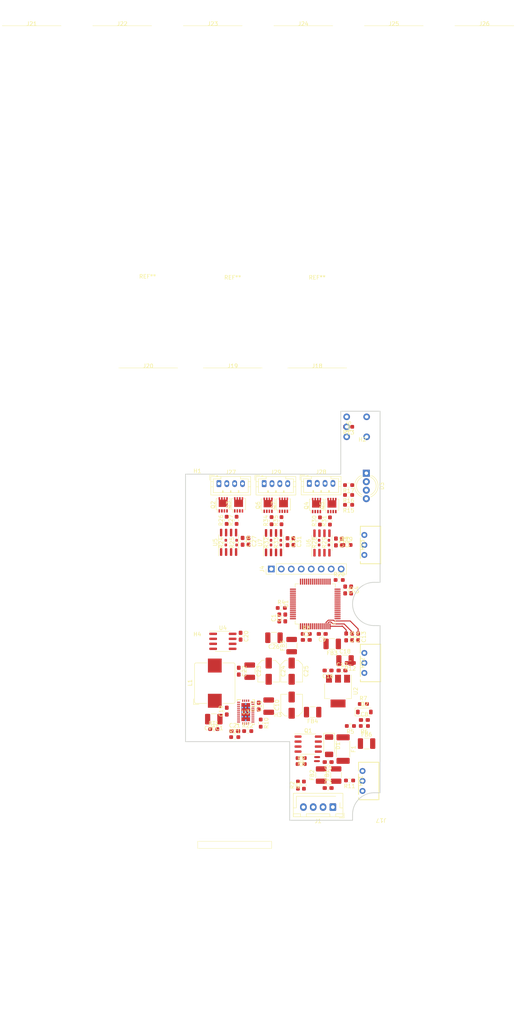
<source format=kicad_pcb>
(kicad_pcb (version 20221018) (generator pcbnew)
  (layers (0 "F.Cu" signal) (31 "B.Cu" signal) (34 "B.Paste" user) (35 "F.Paste" user) (36 "B.SilkS" user "B.Silkscreen") (37 "F.SilkS" user "F.Silkscreen") (38 "B.Mask" user) (39 "F.Mask" user) (44 "Edge.Cuts" user))
  (property "FIELD_APPROVED_BY" "")
  (property "FIELD_COMPONENT" "Control Unit")
  (property "FIELD_DESIGN_BY" "Maximilian Welsch")
  (property "FIELD_GIT_BRANCH" "main")
  (property "FIELD_GIT_COMMIT_HASH" "5cba7c7")
  (property "FIELD_GIT_ORIGIN" "git@private.github.com:M-Welsch/waberinator.git")
  (property "FIELD_PRODUCT" "Waberinator")
  (net 0 "")
  (net 1 "+3V3")
  (net 2 "RET")
  (net 3 "/DC_IN-")
  (net 4 "/DC_IN+")
  (net 5 "/DC_prefuse")
  (net 6 "Net-(D2-K)")
  (net 7 "+3.3VA")
  (net 8 "/DC_prot")
  (net 9 "/adc_brightness")
  (net 10 "/adc_frequency")
  (net 11 "/adc_depth")
  (net 12 "Net-(U3-CBOOT)")
  (net 13 "/lm_vin")
  (net 14 "/VLed")
  (net 15 "/lm_vcc")
  (net 16 "/DC_preprot")
  (net 17 "Net-(D3-BA)")
  (net 18 "Net-(D3-RA)")
  (net 19 "Net-(D3-GA)")
  (net 20 "Net-(J1-Pin_3)")
  (net 21 "Net-(J1-Pin_4)")
  (net 22 "/swd_tck")
  (net 23 "/swd_tms")
  (net 24 "/~{rst}")
  (net 25 "/swd_swo")
  (net 26 "/usart1_rx_mcu")
  (net 27 "/usart1_tx_mcu")
  (net 28 "/bat_kelvin-")
  (net 29 "Net-(NT2-Pad1)")
  (net 30 "Net-(Q1-G)")
  (net 31 "/vbat_meas")
  (net 32 "/lm73606_en")
  (net 33 "/lm_sw")
  (net 34 "/tim1_ch1_indicator_led1")
  (net 35 "/tim1_ch2_indicator_led2")
  (net 36 "/tim1_ch3_indicator_led3")
  (net 37 "/tim1_ch4_indicator_led4")
  (net 38 "/lm73606_pg")
  (net 44 "/ledstring1_drv_en")
  (net 45 "/ledstring2_drv_en")
  (net 46 "/ledstring3_drv_en")
  (net 47 "/ledstring4_drv_en")
  (net 51 "/spi1_sck")
  (net 52 "/tim3_ch1_ledstring1")
  (net 53 "/tim3_ch2_ledstring2")
  (net 54 "/ledstring5_drv_en")
  (net 55 "/ledstring6_drv_en")
  (net 56 "/tim3_ch3_ledstring3")
  (net 57 "/tim3_ch4_ledstring4")
  (net 59 "/button1")
  (net 63 "/tim15_ch1_ledstring5")
  (net 64 "/tim15_ch2_ledstring6")
  (net 65 "/lm75b_int")
  (net 75 "/spi1_miso")
  (net 76 "/spi1_mosi")
  (net 77 "/lm_fb")
  (net 78 "/i2c1_scl")
  (net 79 "/i2c1_sda")
  (net 80 "/lm_rt")
  (net 82 "/lm76606_out")
  (net 83 "/boot0")
  (net 84 "Net-(R12-Pad2)")
  (net 85 "Net-(R11-Pad2)")
  (net 86 "Net-(SW1-B)")
  (net 87 "Net-(R19-Pad2)")
  (net 88 "/Two Strings/low_a")
  (net 89 "/Two Strings/low_b")
  (net 90 "/Two Strings/gate_a")
  (net 91 "/Two Strings/gate_b")
  (net 92 "/Two Strings/out_a")
  (net 93 "/Two Strings/out_b")
  (net 94 "/Two Strings1/low_a")
  (net 95 "/Two Strings1/low_b")
  (net 96 "/Two Strings2/low_a")
  (net 97 "/Two Strings2/low_b")
  (net 98 "/Two Strings1/gate_a")
  (net 99 "/Two Strings1/gate_b")
  (net 100 "/Two Strings2/gate_a")
  (net 101 "/Two Strings2/gate_b")
  (net 102 "/Two Strings1/out_a")
  (net 103 "/Two Strings1/out_b")
  (net 104 "/Two Strings2/out_a")
  (net 105 "/Two Strings2/out_b")
  (net 106 "/bat_kelvin+")
  (footprint "Package_SO:SOIC-8_3.9x4.9mm_P1.27mm" (layer "F.Cu") (at 77.46 156.825 90)
    (fp_text reference "U5")
    (fp_text value "MCP14A0304xMNY")
  )
  (footprint "Capacitor_SMD:C_0603_1608Metric_Pad1.08x0.95mm_HandSolder" (layer "F.Cu") (at 85.118 198.476 90)
    (fp_text reference "C12")
    (fp_text value "47nF")
  )
  (footprint "NetTie:NetTie-2_SMD_Pad0.5mm" (layer "F.Cu") (at 99.992 211.428)
    (fp_text reference "NT2" hide)
    (fp_text value "NetTie_2" hide)
  )
  (footprint "Capacitor_SMD:C_0603_1608Metric_Pad1.08x0.95mm_HandSolder" (layer "F.Cu") (at 101.278 180.12 180)
    (fp_text reference "C9")
    (fp_text value "100nF")
  )
  (footprint "g7_hmi:poti_3310C-025-103L" (layer "F.Cu") (at 112 157.5 90)
    (fp_text reference "RV3")
    (fp_text value "Depth")
  )
  (footprint "Connector_JST:JST_PH_B4B-PH-K_1x04_P2.00mm_Vertical" (layer "F.Cu") (at 75 141.905)
    (fp_text reference "J27")
    (fp_text value "Conn_01x04")
  )
  (footprint "g7_connectors:gx12_sleeve" (layer "F.Cu") (at 142.542 25.5)
    (fp_text reference "J26")
    (fp_text value "GX12-4")
  )
  (footprint "LED_THT:LED_D5.0mm-4_RGB_Wide_Pins" (layer "F.Cu") (at 112.5 139.26 -90)
    (fp_text reference "D3")
    (fp_text value "RGB LED")
  )
  (footprint "Capacitor_SMD:C_1210_3225Metric_Pad1.33x2.70mm_HandSolder" (layer "F.Cu") (at 73.688 201.778 180)
    (fp_text reference "CVCC1")
    (fp_text value "2.2µF")
  )
  (footprint "MountingHole:MountingHole_3.2mm_M3_DIN965" (layer "F.Cu") (at 111.5 134.5)
    (fp_text reference "H2")
    (fp_text value "MountingHole")
  )
  (footprint "Fuse:Fuse_2512_6332Metric_Pad1.52x3.35mm_HandSolder" (layer "F.Cu") (at 106.588 209.396 -90)
    (fp_text reference "F1")
    (fp_text value "~")
  )
  (footprint "Resistor_SMD:R_0603_1608Metric_Pad0.98x0.95mm_HandSolder" (layer "F.Cu") (at 108.234 217.378 180)
    (fp_text reference "R11")
    (fp_text value "100")
  )
  (footprint "Package_TO_SOT_SMD:LFPAK33" (layer "F.Cu") (at 91.428 147.405 90)
    (fp_text reference "Q7")
    (fp_text value "SISHA04DN-T1-GE3")
  )
  (footprint "Resistor_SMD:R_0603_1608Metric_Pad0.98x0.95mm_HandSolder" (layer "F.Cu") (at 105.596 166.404)
    (fp_text reference "R20")
    (fp_text value "100k")
  )
  (footprint "g7_hmi:poti_3310C-025-103L" (layer "F.Cu") (at 112 187.5 90)
    (fp_text reference "RV2")
    (fp_text value "Frequency")
  )
  (footprint "Resistor_SMD:R_0603_1608Metric_Pad0.98x0.95mm_HandSolder" (layer "F.Cu") (at 79.492 151.237 90)
    (fp_text reference "R27")
    (fp_text value "1")
  )
  (footprint "Capacitor_SMD:C_0603_1608Metric_Pad1.08x0.95mm_HandSolder" (layer "F.Cu") (at 80.038 189.586 -90)
    (fp_text reference "C22")
    (fp_text value "470nF")
  )
  (footprint "Resistor_SMD:R_0603_1608Metric_Pad0.98x0.95mm_HandSolder" (layer "F.Cu") (at 107.993 142.284 180)
    (fp_text reference "R17")
    (fp_text value "R")
  )
  (footprint "Resistor_SMD:R_0402_1005Metric_Pad0.72x0.64mm_HandSolder" (layer "F.Cu") (at 90.75 156.905 90)
    (fp_text reference "R33")
    (fp_text value "1")
  )
  (footprint "g7_connectors:Chassis_Connector" (layer "F.Cu") (at 79 232.85 180)
    (fp_text reference "J17")
    (fp_text value "GX16-4")
  )
  (footprint "Resistor_SMD:R_0603_1608Metric_Pad0.98x0.95mm_HandSolder" (layer "F.Cu") (at 96.622 218.557 90)
    (fp_text reference "R1")
    (fp_text value "100")
  )
  (footprint "Resistor_SMD:R_0603_1608Metric_Pad0.98x0.95mm_HandSolder" (layer "F.Cu") (at 95.098 218.557 90)
    (fp_text reference "R2")
    (fp_text value "100")
  )
  (footprint "Capacitor_SMD:C_1210_3225Metric_Pad1.33x2.70mm_HandSolder" (layer "F.Cu") (at 82.832 189.586 -90)
    (fp_text reference "C23")
    (fp_text value "10µF")
  )
  (footprint "Capacitor_SMD:C_0603_1608Metric_Pad1.08x0.95mm_HandSolder" (layer "F.Cu") (at 92.444 156.666 -90)
    (fp_text reference "C32")
    (fp_text value "100nF")
  )
  (footprint "Resistor_SMD:R_0402_1005Metric_Pad0.72x0.64mm_HandSolder" (layer "F.Cu") (at 79.5 156.905 90)
    (fp_text reference "R25")
    (fp_text value "1")
  )
  (footprint "Capacitor_SMD:C_1210_3225Metric_Pad1.33x2.70mm_HandSolder" (layer "F.Cu") (at 93.5 183.086 90)
    (fp_text reference "FB5")
    (fp_text value "FerriteBead")
  )
  (footprint "g7_connectors:gx12_sleeve" (layer "F.Cu") (at 78.5 112.5)
    (fp_text reference "J19")
    (fp_text value "GX12-4")
  )
  (footprint "Package_SO:SOIC-8_3.9x4.9mm_P1.27mm" (layer "F.Cu") (at 88.888 156.92 90)
    (fp_text reference "U7")
    (fp_text value "MCP14A0304xMNY")
  )
  (footprint "Capacitor_SMD:C_0603_1608Metric_Pad1.08x0.95mm_HandSolder" (layer "F.Cu") (at 80.507 180.7035 -90)
    (fp_text reference "C20")
    (fp_text value "100nF")
  )
  (footprint "Resistor_SMD:R_0603_1608Metric_Pad0.98x0.95mm_HandSolder" (layer "F.Cu") (at 107.993 144.794 180)
    (fp_text reference "R16")
    (fp_text value "R")
  )
  (footprint "g7_connectors:gx12_plug" (layer "F.Cu") (at 78.5 90)
    (fp_text reference "REF**")
    (fp_text value "gx12_plug")
  )
  (footprint "Connector_JST:JST_PH_B4B-PH-K_1x04_P2.00mm_Vertical" (layer "F.Cu") (at 86.5 141.905)
    (fp_text reference "J29")
    (fp_text value "Conn_01x04")
  )
  (footprint "Diode_SMD:D_SOD-123" (layer "F.Cu") (at 112 199.968)
    (fp_text reference "D2")
    (fp_text value "SD103CW-E3-08")
  )
  (footprint "Capacitor_SMD:C_0603_1608Metric_Pad1.08x0.95mm_HandSolder" (layer "F.Cu") (at 104.764998 156.739 -90)
    (fp_text reference "C30")
    (fp_text value "100nF")
  )
  (footprint "Capacitor_SMD:C_Elec_5x5.8" (layer "F.Cu") (at 93.5 198.222 90)
    (fp_text reference "C10")
    (fp_text value "56µF")
  )
  (footprint "Connector_JST:JST_PH_B4B-PH-K_1x04_P2.00mm_Vertical" (layer "F.Cu") (at 98 141.855)
    (fp_text reference "J28")
    (fp_text value "Conn_01x04")
  )
  (footprint "Resistor_SMD:R_0603_1608Metric_Pad0.98x0.95mm_HandSolder" (layer "F.Cu") (at 76.952 151.237 90)
    (fp_text reference "R26")
    (fp_text value "1")
  )
  (footprint "g7_connectors:gx12_plug" (layer "F.Cu") (at 100 90)
    (fp_text reference "REF**")
    (fp_text value "gx12_plug")
  )
  (footprint "g7_connectors:gx12_sleeve" (layer "F.Cu") (at 57 112.5)
    (fp_text reference "J20")
    (fp_text value "GX12-4")
  )
  (footprint "g7_hmi:poti_3310C-025-103L" (layer "F.Cu") (at 111.536 217.5 90)
    (fp_text reference "RV1")
    (fp_text value "Brightness")
  )
  (footprint "Resistor_SMD:R_0603_1608Metric_Pad0.98x0.95mm_HandSolder" (layer "F.Cu") (at 112 203.524 180)
    (fp_text reference "R6")
    (fp_text value "24,9k")
  )
  (footprint "g7_connectors:gx12_sleeve" (layer "F.Cu") (at 73.422 25.5)
    (fp_text reference "J23")
    (fp_text value "GX12-4")
  )
  (footprint "Capacitor_SMD:C_1210_3225Metric_Pad1.33x2.70mm_HandSolder" (layer "F.Cu") (at 101 216 90)
    (fp_text reference "FB2")
    (fp_text value "FerriteBead")
  )
  (footprint "Capacitor_SMD:C_1210_3225Metric_Pad1.33x2.70mm_HandSolder" (layer "F.Cu") (at 87.658 198.476 90)
    (fp_text reference "C11")
    (fp_text value "10µF")
  )
  (footprint "Package_TO_SOT_SMD:LFPAK33" (layer "F.Cu") (at 99.820998 147.478 90)
    (fp_text reference "Q4")
    (fp_text value "SISHA04DN-T1-GE3")
  )
  (footprint "Package_TO_SOT_SMD:LFPAK33" (layer "F.Cu") (at 80 147.31 90)
    (fp_text reference "Q3")
    (fp_text value "SISHA04DN-T1-GE3")
  )
  (footprint "Capacitor_SMD:C_0603_1608Metric_Pad1.08x0.95mm_HandSolder" (layer "F.Cu") (at 97.214 181.644)
    (fp_text reference "C2")
    (fp_text value "100nF")
  )
  (footprint "Package_SO:SO-8_3.9x4.9mm_P1.27mm" (layer "F.Cu") (at 97.698 208.126)
    (fp_text reference "Q1")
    (fp_text value "AOSP21321")
  )
  (footprint "NetTie:NetTie-2_SMD_Pad0.5mm" (layer "F.Cu") (at 99.932 212.461)
    (fp_text reference "NT1" hide)
    (fp_text value "NetTie_2" hide)
  )
  (footprint "Capacitor_SMD:C_1210_3225Metric_Pad1.33x2.70mm_HandSolder" (layer "F.Cu") (at 107.078 186.878)
    (fp_text reference "C18")
    (fp_text value "22µF")
  )
  (footprint "Inductor_SMD:L_Bourns_SRP1038C_10.0x10.0mm" (layer "F.Cu") (at 73.942 192.634 90)
    (fp_text reference "L1")
    (fp_text value "SRU1048-4R7Y")
  )
  (footprint "Resistor_SMD:R_0402_1005Metric_Pad0.72x0.64mm_HandSolder" (layer "F.Cu") (at 76.75 156.905 90)
    (fp_text reference "R24")
    (fp_text value "1")
  )
  (footprint "Capacitor_SMD:C_0603_1608Metric_Pad1.08x0.95mm_HandSolder" (layer "F.Cu") (at 108.898 180.882 -90)
    (fp_text reference "C14")
    (fp_text value "10n")
  )
  (footprint "Resistor_SMD:R_0603_1608Metric_Pad0.98x0.95mm_HandSolder" (layer "F.Cu") (at 95.92 213.206)
    (fp_text reference "R9")
    (fp_text value "100")
  )
  (footprint "Resistor_SMD:R_0603_1608Metric_Pad0.98x0.95mm_HandSolder" (layer "F.Cu") (at 90.864 173.516)
    (fp_text reference "R4")
    (fp_text value "100k")
  )
  (footprint "Resistor_SMD:R_0603_1608Metric_Pad0.98x0.95mm_HandSolder" (layer "F.Cu") (at 111.746 197.936)
    (fp_text reference "R7")
    (fp_text value "100")
  )
  (footprint "Capacitor_SMD:C_0603_1608Metric_Pad1.08x0.95mm_HandSolder" (layer "F.Cu") (at 79.022 204.826)
    (fp_text reference "C21")
    (fp_text value "6.8pF")
  )
  (footprint "Capacitor_SMD:C_0603_1608Metric_Pad1.08x0.95mm_HandSolder" (layer "F.Cu") (at 107.12 168.944 -90)
    (fp_text reference "C6")
    (fp_text value "100nF")
  )
  (footprint "Capacitor_SMD:C_0603_1608Metric_Pad1.08x0.95mm_HandSolder" (layer "F.Cu") (at 107.374 180.882 -90)
    (fp_text reference "C15")
    (fp_text value "10n")
  )
  (footprint "Resistor_SMD:R_0603_1608Metric_Pad0.98x0.95mm_HandSolder" (layer "F.Cu") (at 108 127.46 180)
    (fp_text reference "R13")
    (fp_text value "100")
  )
  (footprint "Resistor_SMD:R_0603_1608Metric_Pad0.98x0.95mm_HandSolder" (layer "F.Cu") (at 108.444 203.524 180)
    (fp_text reference "R5")
    (fp_text value "100k")
  )
  (footprint "Capacitor_SMD:C_0603_1608Metric_Pad1.08x0.95mm_HandSolder" (layer "F.Cu") (at 81.016 156.571 -90)
    (fp_text reference "C28")
    (fp_text value "100nF")
  )
  (footprint "Package_TO_SOT_SMD:LFPAK33" (layer "F.Cu") (at 103.748998 147.478 90)
    (fp_text reference "Q5")
    (fp_text value "SISHA04DN-T1-GE3")
  )
  (footprint "g7_connectors:gx12_plug" (layer "F.Cu") (at 56.842 89.75)
    (fp_text reference "REF**")
    (fp_text value "gx12_plug")
  )
  (footprint "Resistor_SMD:R_0603_1608Metric_Pad0.98x0.95mm_HandSolder" (layer "F.Cu") (at 88.38 151.332 90)
    (fp_text reference "R34")
    (fp_text value "1")
  )
  (footprint "Package_QFP:LQFP-64_10x10mm_P0.5mm" (layer "F.Cu") (at 99.5 172.5 90)
    (fp_text reference "U1")
    (fp_text value "STM32F030R8Tx")
  )
  (footprint "g7_ic:30-WFQFN-RNP0030A" (layer "F.Cu") (at 81.816 200)
    (fp_text reference "U3")
    (fp_text value "LM73606QRNPRQ1")
  )
  (footprint "Resistor_SMD:R_0603_1608Metric_Pad0.98x0.95mm_HandSolder" (layer "F.Cu") (at 95.92 211.682 180)
    (fp_text reference "R8")
    (fp_text value "100k")
  )
  (footprint "Capacitor_SMD:C_Elec_5x5.8" (layer "F.Cu") (at 93.5 189.586 -90)
    (fp_text reference "C25")
    (fp_text value "56µF")
  )
  (footprint "Resistor_SMD:R_0603_1608Metric_Pad0.98x0.95mm_HandSolder" (layer "F.Cu") (at 85.626 202.794 -90)
    (fp_text reference "R10")
    (fp_text value "100k")
  )
  (footprint "Capacitor_SMD:C_0603_1608Metric_Pad1.08x0.95mm_HandSolder" (layer "F.Cu") (at 112 202)
    (fp_text reference "C8")
    (fp_text value "100nF")
  )
  (footprint "Capacitor_SMD:C_0603_1608Metric_Pad1.08x0.95mm_HandSolder" (layer "F.Cu") (at 76.99 199.746 90)
    (fp_text reference "C19")
    (fp_text value "470nF")
  )
  (footprint "Capacitor_SMD:C_0603_1608Metric_Pad1.08x0.95mm_HandSolder" (layer "F.Cu") (at 102.76 189.418 180)
    (fp_text reference "C16")
    (fp_text value "100nF")
  )
  (footprint "Connector_JST:JST_XH_B4B-XH-AM_1x04_P2.50mm_Vertical" (layer "F.Cu") (at 103.988 224.145 180)
    (fp_text reference "J1")
    (fp_text value "Conn_01x04_Pin")
  )
  (footprint "Package_TO_SOT_SMD:LFPAK33" (layer "F.Cu") (at 76.072 147.31 90)
    (fp_text reference "Q2")
    (fp_text value "SISHA04DN-T1-GE3")
  )
  (footprint "Resistor_SMD:R_0603_1608Metric_Pad0.98x0.95mm_HandSolder" (layer "F.Cu") (at 107.5875 157.5)
    (fp_text reference "R19")
    (fp_text value "100")
  )
  (footprint "Resistor_SMD:R_0603_1608Metric_Pad0.98x0.95mm_HandSolder" (layer "F.Cu") (at 103.240998 151.405 90)
    (fp_text reference "R31")
    (fp_text value "1")
  )
  (footprint "Capacitor_SMD:C_1210_3225Metric_Pad1.33x2.70mm_HandSolder" (layer "F.Cu") (at 112.5625 208)
    (fp_text reference "FB6")
    (fp_text value "FerriteBead")
  )
  (footprint "Resistor_SMD:R_0402_1005Metric_Pad0.72x0.64mm_HandSolder" (layer "F.Cu") (at 88.25 156.905 90)
    (fp_text reference "R32")
    (fp_text value "1")
  )
  (footprint "Capacitor_SMD:C_0603_1608Metric_Pad1.08x0.95mm_HandSolder" (layer "F.Cu") (at 106.316 189.418)
    (fp_text reference "C17")
    (fp_text value "100nF")
  )
  (footprint "Resistor_SMD:R_0603_1608Metric_Pad0.98x0.95mm_HandSolder" (layer "F.Cu") (at 90.92 151.332 90)
    (fp_text reference "R35")
    (fp_text value "1")
  )
  (footprint "Capacitor_SMD:C_1210_3225Metric_Pad1.33x2.70mm_HandSolder" (layer "F.Cu") (at 89 181.086 180)
    (fp_text reference "C26")
    (fp_text value "10µF")
  )
  (footprint "Resistor_SMD:R_0603_1608Metric_Pad0.98x0.95mm_HandSolder" (layer "F.Cu") (at 108.4125 187.5 180)
    (fp_text reference "R12")
    (fp_text value "100")
  )
  (footprint "Resistor_SMD:R_0402_1005Metric_Pad0.72x0.64mm_HandSolder" (layer "F.Cu") (at 102.990998 156.905 90)
    (fp_text reference "R29")
    (fp_text value "1")
  )
  (footprint "g7_connectors:gx12_sleeve" (layer "F.Cu") (at 50.382 25.5)
    (fp_text reference "J22")
    (fp_text value "GX12-4")
  )
  (footprint "MountingHole:MountingHole_3.2mm_M3_DIN965" (layer "F.Cu") (at 90 204.5)
    (fp_text reference "H3")
    (fp_text value "MountingHole")
  )
  (footprint "Resistor_SMD:R_0603_1608Metric_Pad0.98x0.95mm_HandSolder" (layer "F.Cu") (at 107.993 147.304 180)
    (fp_text reference "R15")
    (fp_text value "R")
  )
  (footprint "g7_connectors:gx12_sleeve" (layer "F.Cu") (at 96.462 25.5)
    (fp_text reference "J24")
    (fp_text value "GX12-4")
  )
  (footprint "Capacitor_SMD:C_0603_1608Metric_Pad1.08x0.95mm_HandSolder" (layer "F.Cu") (at 106.288998 156.739 -90)
    (fp_text reference "C29")
    (fp_text value "1µF")
  )
  (footprint "Package_TO_SOT_SMD:SOT-223-3_TabPin2" (layer "F.Cu") (at 105.3 194.65 -90)
    (fp_text reference "U2")
    (fp_text value "AMS1117-3.3")
  )
  (footprint "Capacitor_SMD:C_0603_1608Metric_Pad1.08x0.95mm_HandSolder" (layer "F.Cu") (at 102.778 212.698 180)
    (fp_text reference "C5")
    (fp_text value "~")
  )
  (footprint "Capacitor_SMD:C_0603_1608Metric_Pad1.08x0.95mm_HandSolder" (layer "F.Cu") (at 93.968 156.666 -90)
    (fp_text reference "C31")
    (fp_text value "1µF")
  )
  (footprint "Capacitor_SMD:C_Elec_5x5.8" (layer "F.Cu") (at 87.658 189.586 -90)
    (fp_text reference "C24")
    (fp_text value "56µF")
  )
  (footprint "Capacitor_SMD:C_1210_3225Metric_Pad1.33x2.70mm_HandSolder" (layer "F.Cu") (at 98.834 200 180)
    (fp_text reference "FB4")
    (fp_text value "FerriteBead")
  )
  (footprint "Capacitor_SMD:C_0603_1608Metric_Pad1.08x0.95mm_HandSolder" (layer "F.Cu") (at 90.356 176.056 90)
    (fp_text reference "C1")
    (fp_text value "1µF")
  )
  (footprint "Capacitor_SMD:C_0603_1608Metric_Pad1.08x0.95mm_HandSolder" (layer "F.Cu") (at 110.422 180.882 -90)
    (fp_text reference "C13")
    (fp_text value "10n")
  )
  (footprint "MountingHole:MountingHole_3.2mm_M3_DIN965" (layer "F.Cu") (at 69.5 184)
    (fp_text reference "H4")
    (fp_text value "MountingHole")
  )
  (footprint "Resistor_SMD:R_0603_1608Metric_Pad0.98x0.95mm_HandSolder" (layer "F.Cu") (at 97.214 180.12)
    (fp_text reference "R3")
    (fp_text value "100k")
  )
  (footprint "Resistor_SMD:R_0402_1005Metric_Pad0.72x0.64mm_HandSolder" (layer "F.Cu") (at 100.490998 156.905 90)
    (fp_text reference "R28")
    (fp_text value "1")
  )
  (footprint "Diode_SMD:D_SOD-128" (layer "F.Cu") (at 103.032 208.548 -90)
    (fp_text reference "D1")
    (fp_text value "824501121")
  )
  (footprint "Capacitor_SMD:C_0603_1608Metric_Pad1.08x0.95mm_HandSolder" (layer "F.Cu") (at 102.778 219.302)
    (fp_text reference "C3")
    (fp_text value "~")
  )
  (footprint "Capacitor_SMD:C_1210_3225Metric_Pad1.33x2.70mm_HandSolder" (layer "F.Cu") (at 103.818 182.66 180)
    (fp_text reference "FB3")
    (fp_text value "FerriteBead")
  )
  (footprint "Capacitor_SMD:C_0603_1608Metric_Pad1.08x0.95mm_HandSolder" (layer "F.Cu") (at 108.644 168.944 -90)
    (fp_text reference "C4")
    (fp_text value "100nF")
  )
  (footprint "Connector_PinHeader_2.54mm:PinHeader_1x08_P2.54mm_Vertical" (layer "F.Cu") (at 88.324 163.61 90)
    (fp_text reference "J4")
    (fp_text value "Conn_01x08_Pin")
  )
  (footprint "Package_SO:SOIC-8_3.9x4.9mm_P1.27mm" (layer "F.Cu") (at 76 182)
    (fp_text reference "U4")
    (fp_text value "LM75B")
  )
  (footprint "Resistor_SMD:R_0603_1608Metric_Pad0.98x0.95mm_HandSolder" (layer "F.Cu") (at 82.324 204.826)
    (fp_text reference "R22")
    (fp_text value "14.3k")
  )
  (footprint "Package_TO_SOT_SMD:LFPAK33" (layer "F.Cu") (at 87.5 147.405 90)
    (fp_text reference "Q6")
    (fp_text value "SISHA04DN-T1-GE3")
  )
  (footprint "g7_hmi:switch_800usp8p1a1m6re" (layer "F.Cu") (at 107.5 127.46 -90)
    (fp_text reference "SW1")
    (fp_text value "SW_SPDT")
  )
  (footprint "Resistor_SMD:R_0603_1608Metric_Pad0.98x0.95mm_HandSolder" (layer "F.Cu") (at 79.022 206.35)
    (fp_text reference "R21")
    (fp_text value "100k")
  )
  (footprint "g7_connectors:gx12_sleeve" (layer "F.Cu") (at 100 112.5)
    (fp_text reference "J18")
    (fp_text value "GX12-4")
  )
  (footprint "MountingHole:MountingHole_3.2mm_M3_DIN965" (layer "F.Cu") (at 69.5 142.5)
    (fp_text reference "H1")
    (fp_text value "MountingHole")
  )
  (footprint "Capacitor_SMD:C_0603_1608Metric_Pad1.08x0.95mm_HandSolder" (layer "F.Cu") (at 91.88 176.056 90)
    (fp_text reference "C7")
    (fp_text value "100nF")
  )
  (footprint "Resistor_SMD:R_0603_1608Metric_Pad0.98x0.95mm_HandSolder" (layer "F.Cu") (at 100.700998 151.405 90)
    (fp_text reference "R30")
    (fp_text value "1")
  )
  (footprint "g7_connectors:gx12_sleeve" (layer "F.Cu") (at 27.342 25.5)
    (fp_text reference "J21")
    (fp_text value "GX12-4")
  )
  (footprint "Resistor_SMD:R_0603_1608Metric_Pad0.98x0.95mm_HandSolder" (layer "F.Cu") (at 73.688 204.318)
    (fp_text reference "RT1")
    (fp_text value "117k")
  )
  (footprint "Capacitor_SMD:C_1210_3225Metric_Pad1.33x2.70mm_HandSolder" (layer "F.Cu") (at 104.81 216 90)
    (fp_text reference "FB1")
    (fp_text value "FerriteBead")
  )
  (footprint "Package_SO:SOIC-8_3.9x4.9mm_P1.27mm" (layer "F.Cu") (at 101.208998 156.993 90)
    (fp_text reference "U6")
    (fp_text value "MCP14A0304xMNY")
  )
  (footprint "Capacitor_SMD:C_0603_1608Metric_Pad1.08x0.95mm_HandSolder" (layer "F.Cu") (at 82.54 156.571 -90)
    (fp_text reference "C27")
    (fp_text value "1µF")
  )
  (footprint "g7_connectors:gx12_sleeve" (layer "F.Cu") (at 119.502 25.5)
    (fp_text reference "J25")
    (fp_text value "GX12-4")
  )
  (gr_line (start 93 227.5) (end 109 227.5) (stroke (width 0.2)) (layer "Edge.Cuts"))
  (gr_line (start 116 178) (end 116 220.5) (stroke (width 0.2)) (layer "Edge.Cuts"))
  (gr_line (start 116 167) (end 116 123.5) (stroke (width 0.2)) (layer "Edge.Cuts"))
  (gr_line (start 66.5 139.5) (end 66.5 207.5) (stroke (width 0.2)) (layer "Edge.Cuts"))
  (gr_line (start 109 227.5) (end 109 226) (stroke (width 0.2)) (layer "Edge.Cuts"))
  (gr_line (start 106 139.5) (end 66.5 139.5) (stroke (width 0.2)) (layer "Edge.Cuts"))
  (gr_line (start 116 178) (end 114.5 178) (stroke (width 0.2)) (layer "Edge.Cuts"))
  (gr_arc (start 114.5 178) (mid 109 172.5) (end 114.5 167) (stroke (width 0.2)) (layer "Edge.Cuts"))
  (gr_line (start 66.5 207.5) (end 93 207.5) (stroke (width 0.2)) (layer "Edge.Cuts"))
  (gr_line (start 93 207.5) (end 93 227.5) (stroke (width 0.2)) (layer "Edge.Cuts"))
  (gr_line (start 116 220.5) (end 114.5 220.5) (stroke (width 0.2)) (layer "Edge.Cuts"))
  (gr_line (start 106 123.5) (end 116 123.5) (stroke (width 0.2)) (layer "Edge.Cuts"))
  (gr_arc (start 109 226) (mid 110.610913 222.110913) (end 114.5 220.5) (stroke (width 0.2)) (layer "Edge.Cuts"))
  (gr_line (start 106 123.5) (end 106 139.5) (stroke (width 0.2)) (layer "Edge.Cuts"))
  (gr_line (start 116 167) (end 114.5 167) (stroke (width 0.2)) (layer "Edge.Cuts"))
  (segment (start 110.422 178.85) (end 110.422 180.0195) (width 0.25) (layer "F.Cu") (net 9))
  (segment (start 102.25 178.175) (end 102.25 177.19584) (width 0.25) (layer "F.Cu") (net 9))
  (segment (start 102.25 177.19584) (end 102.82084 176.625) (width 0.25) (layer "F.Cu") (net 9))
  (segment (start 104.326 176.818) (end 108.39 176.818) (width 0.25) (layer "F.Cu") (net 9))
  (segment (start 104.133 176.625) (end 104.326 176.818) (width 0.25) (layer "F.Cu") (net 9))
  (segment (start 108.39 176.818) (end 110.422 178.85) (width 0.25) (layer "F.Cu") (net 9))
  (segment (start 102.82084 176.625) (end 104.133 176.625) (width 0.25) (layer "F.Cu") (net 9))
  (segment (start 106.866 177.58) (end 108.898 179.612) (width 0.25) (layer "F.Cu") (net 10))
  (segment (start 102.75 178.175) (end 102.75 177.332236) (width 0.25) (layer "F.Cu") (net 10))
  (segment (start 108.898 179.612) (end 108.898 180.0195) (width 0.25) (layer "F.Cu") (net 10))
  (segment (start 103.492764 177.075) (end 103.997764 177.58) (width 0.25) (layer "F.Cu") (net 10))
  (segment (start 103.007236 177.075) (end 103.492764 177.075) (width 0.25) (layer "F.Cu") (net 10))
  (segment (start 103.997764 177.58) (end 106.866 177.58) (width 0.25) (layer "F.Cu") (net 10))
  (segment (start 102.75 177.332236) (end 103.007236 177.075) (width 0.25) (layer "F.Cu") (net 10))
  (segment (start 107.374 179.104) (end 107.374 180.0195) (width 0.25) (layer "F.Cu") (net 11))
  (segment (start 103.25 178.175) (end 106.271 178.175) (width 0.25) (layer "F.Cu") (net 11))
  (segment (start 106.271 178.175) (end 106.358 178.088) (width 0.25) (layer "F.Cu") (net 11))
  (segment (start 106.358 178.088) (end 107.374 179.104) (width 0.25) (layer "F.Cu") (net 11))
)
</source>
